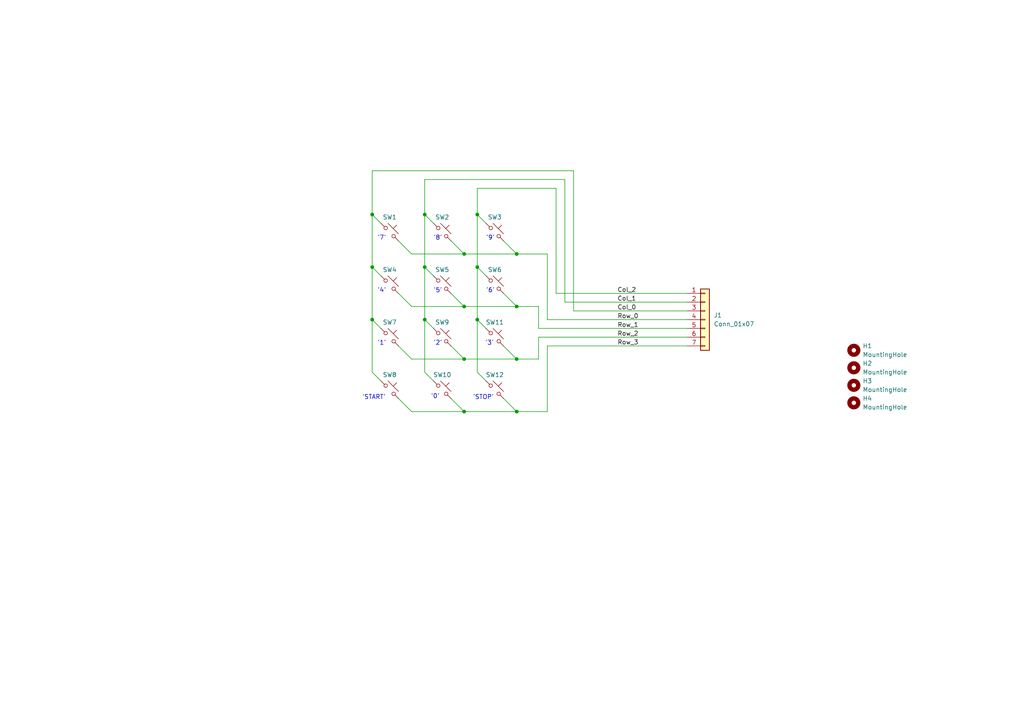
<source format=kicad_sch>
(kicad_sch (version 20250114) (generator "eeschema") (generator_version "9.0")
  (paper "A4")
  (lib_symbols
    (symbol "Connector_Generic:Conn_01x07" (pin_names (offset 1.016) (hide yes))
      (property "Reference" "J" (at 0 10.16 0))
      (property "Value" "Conn_01x07" (at 0 -10.16 0))
      (symbol "Conn_01x07_1_1"
        (rectangle (start -1.27 8.89) (end 1.27 -8.89) (stroke (width 0.254)) (fill (type background)))
        (rectangle (start -1.27 7.747) (end 0 7.493) (stroke (width 0.1524)))
        (rectangle (start -1.27 5.207) (end 0 4.953) (stroke (width 0.1524)))
        (rectangle (start -1.27 2.667) (end 0 2.413) (stroke (width 0.1524)))
        (rectangle (start -1.27 0.127) (end 0 -0.127) (stroke (width 0.1524)))
        (rectangle (start -1.27 -2.413) (end 0 -2.667) (stroke (width 0.1524)))
        (rectangle (start -1.27 -4.953) (end 0 -5.207) (stroke (width 0.1524)))
        (rectangle (start -1.27 -7.493) (end 0 -7.747) (stroke (width 0.1524)))
        (pin passive line (at -5.08 7.62 0) (length 3.81) (name "Pin_1") (number "1"))
        (pin passive line (at -5.08 5.08 0) (length 3.81) (name "Pin_2") (number "2"))
        (pin passive line (at -5.08 2.54 0) (length 3.81) (name "Pin_3") (number "3"))
        (pin passive line (at -5.08 0 0) (length 3.81) (name "Pin_4") (number "4"))
        (pin passive line (at -5.08 -2.54 0) (length 3.81) (name "Pin_5") (number "5"))
        (pin passive line (at -5.08 -5.08 0) (length 3.81) (name "Pin_6") (number "6"))
        (pin passive line (at -5.08 -7.62 0) (length 3.81) (name "Pin_7") (number "7"))
      )
    )
    (symbol "Mechanical:MountingHole" (pin_names (offset 1.016)) (in_bom no)
      (property "Reference" "H" (at 0 5.08 0))
      (property "Value" "MountingHole" (at 0 3.175 0))
      (symbol "MountingHole_0_1"
        (circle (center 0 0) (radius 1.27) (stroke (width 1.27)))
      )
    )
    (symbol "Switch:SW_Push_45deg" (pin_numbers (hide yes)) (pin_names (offset 1.016) (hide yes))
      (property "Reference" "SW" (at 3.048 1.016 0))
      (property "Value" "SW_Push_45deg" (at 0 -3.81 0))
      (symbol "SW_Push_45deg_0_1"
        (polyline (pts (xy -2.54 2.54) (xy -1.524 1.524) (xy -1.524 1.524)))
        (circle (center -1.1684 1.1684) (radius 0.508))
        (polyline (pts (xy -0.508 2.54) (xy 2.54 -0.508)))
        (polyline (pts (xy 1.016 1.016) (xy 2.032 2.032)))
        (circle (center 1.143 -1.1938) (radius 0.508))
        (polyline (pts (xy 1.524 -1.524) (xy 2.54 -2.54) (xy 2.54 -2.54) (xy 2.54 -2.54)))
        (pin passive line (at -2.54 2.54 0) (length 0) (name "1") (number "1"))
        (pin passive line (at 2.54 -2.54 180) (length 0) (name "2") (number "2"))
      )
    )
  )
  (text "'7'" (at 110.744 69.088 0) (effects (font (size 1.27 1.27))))
  (text "'5'" (at 127 84.328 0) (effects (font (size 1.27 1.27))))
  (text "'0'" (at 126.238 115.062 0) (effects (font (size 1.27 1.27))))
  (text "'START'" (at 108.458 115.316 0) (effects (font (size 1.27 1.27))))
  (text "'6'" (at 142.24 84.328 0) (effects (font (size 1.27 1.27))))
  (text "'2'" (at 127 99.568 0) (effects (font (size 1.27 1.27))))
  (text "'4'" (at 110.744 84.328 0) (effects (font (size 1.27 1.27))))
  (text "'3'" (at 141.986 99.568 0) (effects (font (size 1.27 1.27))))
  (text "'9'" (at 142.24 69.088 0) (effects (font (size 1.27 1.27))))
  (text "'1'" (at 110.744 99.568 0) (effects (font (size 1.27 1.27))))
  (text "'8'" (at 127 69.088 0) (effects (font (size 1.27 1.27))))
  (text "'STOP'" (at 140.208 115.316 0) (effects (font (size 1.27 1.27))))
  (junction (at 138.43 62.23))
  (junction (at 138.43 77.47))
  (junction (at 149.86 88.9))
  (junction (at 123.19 62.23))
  (junction (at 123.19 92.71))
  (junction (at 149.86 73.66))
  (junction (at 123.19 77.47))
  (junction (at 138.43 92.71))
  (junction (at 107.95 77.47))
  (junction (at 149.86 104.14))
  (junction (at 149.86 119.38))
  (junction (at 134.62 88.9))
  (junction (at 134.62 119.38))
  (junction (at 134.62 73.66))
  (junction (at 134.62 104.14))
  (junction (at 107.95 62.23))
  (junction (at 107.95 92.71))
  (wire (pts (xy 146.05 115.57) (xy 149.86 119.38)))
  (wire (pts (xy 119.38 119.38) (xy 134.62 119.38)))
  (wire (pts (xy 123.19 52.07) (xy 163.83 52.07)))
  (wire (pts (xy 161.29 85.09) (xy 199.39 85.09)))
  (wire (pts (xy 158.75 73.66) (xy 158.75 92.71)))
  (wire (pts (xy 163.83 87.63) (xy 199.39 87.63)))
  (wire (pts (xy 119.38 104.14) (xy 134.62 104.14)))
  (wire (pts (xy 138.43 62.23) (xy 138.43 77.47)))
  (wire (pts (xy 149.86 73.66) (xy 158.75 73.66)))
  (wire (pts (xy 156.21 95.25) (xy 199.39 95.25)))
  (wire (pts (xy 123.19 52.07) (xy 123.19 62.23)))
  (wire (pts (xy 149.86 119.38) (xy 158.75 119.38)))
  (wire (pts (xy 158.75 100.33) (xy 199.39 100.33)))
  (wire (pts (xy 130.81 85.09) (xy 134.62 88.9)))
  (wire (pts (xy 110.49 95.25) (xy 107.95 92.71)))
  (wire (pts (xy 138.43 54.61) (xy 138.43 62.23)))
  (wire (pts (xy 107.95 62.23) (xy 107.95 77.47)))
  (wire (pts (xy 146.05 100.33) (xy 149.86 104.14)))
  (wire (pts (xy 107.95 92.71) (xy 107.95 107.95)))
  (wire (pts (xy 107.95 49.53) (xy 166.37 49.53)))
  (wire (pts (xy 166.37 49.53) (xy 166.37 90.17)))
  (wire (pts (xy 110.49 80.01) (xy 107.95 77.47)))
  (wire (pts (xy 130.81 115.57) (xy 134.62 119.38)))
  (wire (pts (xy 123.19 62.23) (xy 123.19 77.47)))
  (wire (pts (xy 158.75 92.71) (xy 199.39 92.71)))
  (wire (pts (xy 140.97 110.49) (xy 138.43 107.95)))
  (wire (pts (xy 161.29 54.61) (xy 161.29 85.09)))
  (wire (pts (xy 138.43 77.47) (xy 138.43 92.71)))
  (wire (pts (xy 149.86 104.14) (xy 156.21 104.14)))
  (wire (pts (xy 149.86 88.9) (xy 156.21 88.9)))
  (wire (pts (xy 140.97 64.77) (xy 138.43 62.23)))
  (wire (pts (xy 115.57 115.57) (xy 119.38 119.38)))
  (wire (pts (xy 115.57 100.33) (xy 119.38 104.14)))
  (wire (pts (xy 125.73 110.49) (xy 123.19 107.95)))
  (wire (pts (xy 146.05 69.85) (xy 149.86 73.66)))
  (wire (pts (xy 130.81 69.85) (xy 134.62 73.66)))
  (wire (pts (xy 130.81 100.33) (xy 134.62 104.14)))
  (wire (pts (xy 119.38 73.66) (xy 134.62 73.66)))
  (wire (pts (xy 146.05 85.09) (xy 149.86 88.9)))
  (wire (pts (xy 107.95 77.47) (xy 107.95 92.71)))
  (wire (pts (xy 125.73 80.01) (xy 123.19 77.47)))
  (wire (pts (xy 156.21 104.14) (xy 156.21 97.79)))
  (wire (pts (xy 123.19 77.47) (xy 123.19 92.71)))
  (wire (pts (xy 138.43 92.71) (xy 138.43 107.95)))
  (wire (pts (xy 123.19 92.71) (xy 123.19 107.95)))
  (wire (pts (xy 134.62 119.38) (xy 149.86 119.38)))
  (wire (pts (xy 107.95 49.53) (xy 107.95 62.23)))
  (wire (pts (xy 158.75 119.38) (xy 158.75 100.33)))
  (wire (pts (xy 138.43 54.61) (xy 161.29 54.61)))
  (wire (pts (xy 134.62 104.14) (xy 149.86 104.14)))
  (wire (pts (xy 156.21 88.9) (xy 156.21 95.25)))
  (wire (pts (xy 140.97 95.25) (xy 138.43 92.71)))
  (wire (pts (xy 119.38 88.9) (xy 134.62 88.9)))
  (wire (pts (xy 115.57 85.09) (xy 119.38 88.9)))
  (wire (pts (xy 110.49 110.49) (xy 107.95 107.95)))
  (wire (pts (xy 156.21 97.79) (xy 199.39 97.79)))
  (wire (pts (xy 125.73 95.25) (xy 123.19 92.71)))
  (wire (pts (xy 134.62 88.9) (xy 149.86 88.9)))
  (wire (pts (xy 134.62 73.66) (xy 149.86 73.66)))
  (wire (pts (xy 163.83 52.07) (xy 163.83 87.63)))
  (wire (pts (xy 125.73 64.77) (xy 123.19 62.23)))
  (wire (pts (xy 110.49 64.77) (xy 107.95 62.23)))
  (wire (pts (xy 166.37 90.17) (xy 199.39 90.17)))
  (wire (pts (xy 115.57 69.85) (xy 119.38 73.66)))
  (wire (pts (xy 140.97 80.01) (xy 138.43 77.47)))
  (label "Col_0" (at 179.07 90.17 0))
  (label "Row_0" (at 179.07 92.71 0))
  (label "Row_2" (at 179.07 97.79 0))
  (label "Row_1" (at 179.07 95.25 0))
  (label "Row_3" (at 179.07 100.33 0))
  (label "Col_2" (at 179.07 85.09 0))
  (label "Col_1" (at 179.07 87.63 0))
  (symbol (lib_id "Switch:SW_Push_45deg") (at 113.03 97.79 0) (unit 1)
    (property "Reference" "SW7" (at 113.03 93.472 0))
    (property "Value" "SW_Push_45deg" (effects (hide yes)))
    (property "Footprint" "Button_Switch_Keyboard:SW_Cherry_MX_1.00u_PCB" (effects (hide yes)))
    (property "Description" "Push button switch, normally open, two pins, 45° tilted" (effects (hide yes)))
  )
  (symbol (lib_id "Switch:SW_Push_45deg") (at 143.51 113.03 0) (unit 1)
    (property "Reference" "SW12" (at 143.51 108.712 0))
    (property "Value" "SW_Push_45deg" (effects (hide yes)))
    (property "Footprint" "Button_Switch_Keyboard:SW_Cherry_MX_1.00u_PCB" (effects (hide yes)))
    (property "Description" "Push button switch, normally open, two pins, 45° tilted" (effects (hide yes)))
  )
  (symbol (lib_id "Switch:SW_Push_45deg") (at 143.51 82.55 0) (unit 1)
    (property "Reference" "SW6" (at 143.51 78.232 0))
    (property "Value" "SW_Push_45deg" (effects (hide yes)))
    (property "Footprint" "Button_Switch_Keyboard:SW_Cherry_MX_1.00u_PCB" (effects (hide yes)))
    (property "Description" "Push button switch, normally open, two pins, 45° tilted" (effects (hide yes)))
  )
  (symbol (lib_id "Switch:SW_Push_45deg") (at 113.03 113.03 0) (unit 1)
    (property "Reference" "SW8" (at 113.03 108.712 0))
    (property "Value" "SW_Push_45deg" (effects (hide yes)))
    (property "Footprint" "Button_Switch_Keyboard:SW_Cherry_MX_1.00u_PCB" (effects (hide yes)))
    (property "Description" "Push button switch, normally open, two pins, 45° tilted" (effects (hide yes)))
  )
  (symbol (lib_id "Switch:SW_Push_45deg") (at 113.03 67.31 0) (unit 1)
    (property "Reference" "SW1" (at 113.03 62.992 0))
    (property "Value" "SW_Push_45deg" (effects (hide yes)))
    (property "Footprint" "Button_Switch_Keyboard:SW_Cherry_MX_1.00u_PCB" (effects (hide yes)))
    (property "Description" "Push button switch, normally open, two pins, 45° tilted" (effects (hide yes)))
  )
  (symbol (lib_id "Mechanical:MountingHole") (at 247.65 101.6 0) (unit 1) (in_bom no)
    (property "Reference" "H1" (at 250.19 100.3299 0) (effects (justify left)))
    (property "Value" "MountingHole" (at 250.19 102.8699 0) (effects (justify left)))
    (property "Footprint" "MountingHole:MountingHole_2.7mm_M2.5" (effects (hide yes)))
    (property "Description" "Mounting Hole without connection" (effects (hide yes)))
  )
  (symbol (lib_id "Switch:SW_Push_45deg") (at 128.27 113.03 0) (unit 1)
    (property "Reference" "SW10" (at 128.27 108.712 0))
    (property "Value" "SW_Push_45deg" (effects (hide yes)))
    (property "Footprint" "Button_Switch_Keyboard:SW_Cherry_MX_1.00u_PCB" (effects (hide yes)))
    (property "Description" "Push button switch, normally open, two pins, 45° tilted" (effects (hide yes)))
  )
  (symbol (lib_id "Switch:SW_Push_45deg") (at 143.51 67.31 0) (unit 1)
    (property "Reference" "SW3" (at 143.51 62.992 0))
    (property "Value" "SW_Push_45deg" (effects (hide yes)))
    (property "Footprint" "Button_Switch_Keyboard:SW_Cherry_MX_1.00u_PCB" (effects (hide yes)))
    (property "Description" "Push button switch, normally open, two pins, 45° tilted" (effects (hide yes)))
  )
  (symbol (lib_id "Mechanical:MountingHole") (at 247.65 111.76 0) (unit 1) (in_bom no)
    (property "Reference" "H3" (at 250.19 110.4899 0) (effects (justify left)))
    (property "Value" "MountingHole" (at 250.19 113.0299 0) (effects (justify left)))
    (property "Footprint" "MountingHole:MountingHole_2.7mm_M2.5" (effects (hide yes)))
    (property "Description" "Mounting Hole without connection" (effects (hide yes)))
  )
  (symbol (lib_id "Switch:SW_Push_45deg") (at 128.27 82.55 0) (unit 1)
    (property "Reference" "SW5" (at 128.27 78.232 0))
    (property "Value" "SW_Push_45deg" (effects (hide yes)))
    (property "Footprint" "Button_Switch_Keyboard:SW_Cherry_MX_1.00u_PCB" (effects (hide yes)))
    (property "Description" "Push button switch, normally open, two pins, 45° tilted" (effects (hide yes)))
  )
  (symbol (lib_id "Switch:SW_Push_45deg") (at 113.03 82.55 0) (unit 1)
    (property "Reference" "SW4" (at 113.03 78.232 0))
    (property "Value" "SW_Push_45deg" (effects (hide yes)))
    (property "Footprint" "Button_Switch_Keyboard:SW_Cherry_MX_1.00u_PCB" (effects (hide yes)))
    (property "Description" "Push button switch, normally open, two pins, 45° tilted" (effects (hide yes)))
  )
  (symbol (lib_id "Switch:SW_Push_45deg") (at 143.51 97.79 0) (unit 1)
    (property "Reference" "SW11" (at 143.51 93.472 0))
    (property "Value" "SW_Push_45deg" (effects (hide yes)))
    (property "Footprint" "Button_Switch_Keyboard:SW_Cherry_MX_1.00u_PCB" (effects (hide yes)))
    (property "Description" "Push button switch, normally open, two pins, 45° tilted" (effects (hide yes)))
  )
  (symbol (lib_id "Switch:SW_Push_45deg") (at 128.27 97.79 0) (unit 1)
    (property "Reference" "SW9" (at 128.27 93.472 0))
    (property "Value" "SW_Push_45deg" (effects (hide yes)))
    (property "Footprint" "Button_Switch_Keyboard:SW_Cherry_MX_1.00u_PCB" (effects (hide yes)))
    (property "Description" "Push button switch, normally open, two pins, 45° tilted" (effects (hide yes)))
  )
  (symbol (lib_id "Connector_Generic:Conn_01x07") (at 204.47 92.71 0) (unit 1)
    (property "Reference" "J1" (at 207.01 91.4399 0) (effects (justify left)))
    (property "Value" "Conn_01x07" (at 207.01 93.9799 0) (effects (justify left)))
    (property "Footprint" "Connector_JST:JST_XH_B7B-XH-A_1x07_P2.50mm_Vertical" (effects (hide yes)))
    (property "Description" "Generic connector, single row, 01x07, script generated (kicad-library-utils/schlib/autogen/connector/)" (effects (hide yes)))
  )
  (symbol (lib_id "Mechanical:MountingHole") (at 247.65 106.68 0) (unit 1) (in_bom no)
    (property "Reference" "H2" (at 250.19 105.4099 0) (effects (justify left)))
    (property "Value" "MountingHole" (at 250.19 107.9499 0) (effects (justify left)))
    (property "Footprint" "MountingHole:MountingHole_2.7mm_M2.5" (effects (hide yes)))
    (property "Description" "Mounting Hole without connection" (effects (hide yes)))
  )
  (symbol (lib_id "Mechanical:MountingHole") (at 247.65 116.84 0) (unit 1) (in_bom no)
    (property "Reference" "H4" (at 250.19 115.5699 0) (effects (justify left)))
    (property "Value" "MountingHole" (at 250.19 118.1099 0) (effects (justify left)))
    (property "Footprint" "MountingHole:MountingHole_2.7mm_M2.5" (effects (hide yes)))
    (property "Description" "Mounting Hole without connection" (effects (hide yes)))
  )
  (symbol (lib_id "Switch:SW_Push_45deg") (at 128.27 67.31 0) (unit 1)
    (property "Reference" "SW2" (at 128.27 62.992 0))
    (property "Value" "SW_Push_45deg" (effects (hide yes)))
    (property "Footprint" "Button_Switch_Keyboard:SW_Cherry_MX_1.00u_PCB" (effects (hide yes)))
    (property "Description" "Push button switch, normally open, two pins, 45° tilted" (effects (hide yes)))
  )
)
</source>
